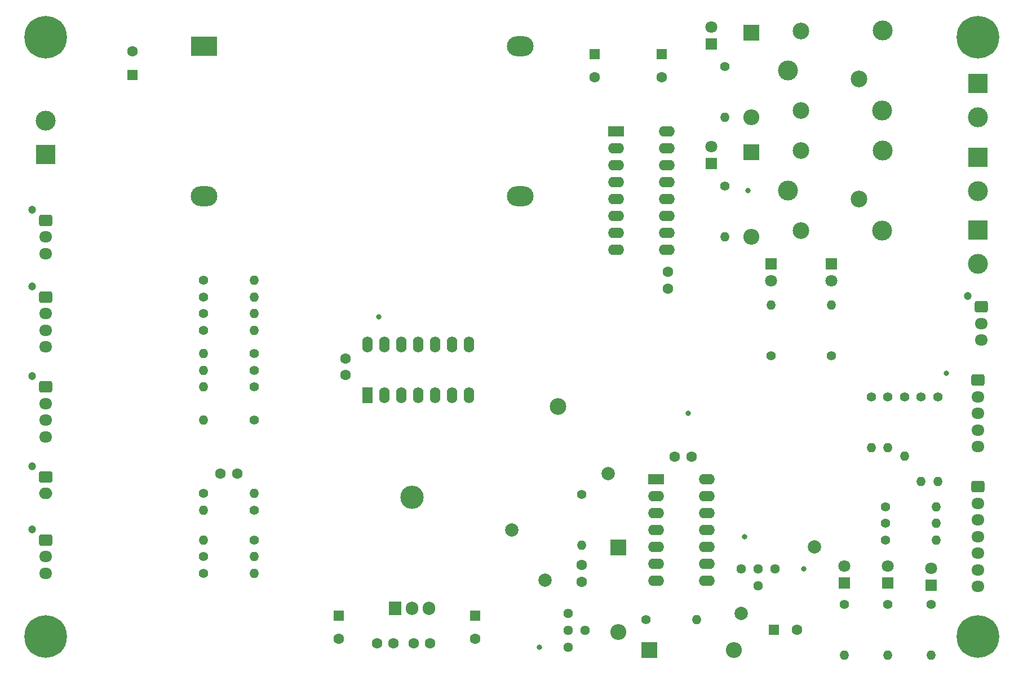
<source format=gbr>
%TF.GenerationSoftware,KiCad,Pcbnew,(6.0.1)*%
%TF.CreationDate,2023-02-05T15:58:29-08:00*%
%TF.ProjectId,Interface Board,496e7465-7266-4616-9365-20426f617264,rev?*%
%TF.SameCoordinates,Original*%
%TF.FileFunction,Soldermask,Top*%
%TF.FilePolarity,Negative*%
%FSLAX46Y46*%
G04 Gerber Fmt 4.6, Leading zero omitted, Abs format (unit mm)*
G04 Created by KiCad (PCBNEW (6.0.1)) date 2023-02-05 15:58:29*
%MOMM*%
%LPD*%
G01*
G04 APERTURE LIST*
G04 Aperture macros list*
%AMRoundRect*
0 Rectangle with rounded corners*
0 $1 Rounding radius*
0 $2 $3 $4 $5 $6 $7 $8 $9 X,Y pos of 4 corners*
0 Add a 4 corners polygon primitive as box body*
4,1,4,$2,$3,$4,$5,$6,$7,$8,$9,$2,$3,0*
0 Add four circle primitives for the rounded corners*
1,1,$1+$1,$2,$3*
1,1,$1+$1,$4,$5*
1,1,$1+$1,$6,$7*
1,1,$1+$1,$8,$9*
0 Add four rect primitives between the rounded corners*
20,1,$1+$1,$2,$3,$4,$5,0*
20,1,$1+$1,$4,$5,$6,$7,0*
20,1,$1+$1,$6,$7,$8,$9,0*
20,1,$1+$1,$8,$9,$2,$3,0*%
G04 Aperture macros list end*
%ADD10C,1.440000*%
%ADD11C,1.400000*%
%ADD12O,1.400000X1.400000*%
%ADD13R,1.800000X1.800000*%
%ADD14C,1.800000*%
%ADD15RoundRect,0.250000X-0.725000X0.600000X-0.725000X-0.600000X0.725000X-0.600000X0.725000X0.600000X0*%
%ADD16O,1.950000X1.700000*%
%ADD17R,1.600000X1.600000*%
%ADD18C,1.600000*%
%ADD19R,3.000000X3.000000*%
%ADD20C,3.000000*%
%ADD21R,2.400000X2.400000*%
%ADD22O,2.400000X2.400000*%
%ADD23C,2.000000*%
%ADD24R,4.000000X3.000000*%
%ADD25O,4.000000X3.000000*%
%ADD26O,3.500000X3.500000*%
%ADD27R,1.905000X2.000000*%
%ADD28O,1.905000X2.000000*%
%ADD29C,2.500000*%
%ADD30R,2.400000X1.600000*%
%ADD31O,2.400000X1.600000*%
%ADD32C,1.200000*%
%ADD33C,0.800000*%
%ADD34C,6.400000*%
%ADD35R,1.600000X2.400000*%
%ADD36O,1.600000X2.400000*%
%ADD37RoundRect,0.250000X-0.750000X0.600000X-0.750000X-0.600000X0.750000X-0.600000X0.750000X0.600000X0*%
%ADD38O,2.000000X1.700000*%
G04 APERTURE END LIST*
D10*
%TO.C,RV1*%
X114550000Y15125000D03*
X112010000Y15125000D03*
X112010000Y12585000D03*
X109470000Y15125000D03*
%TD*%
%TO.C,RV2*%
X83500000Y8500000D03*
X83500000Y5960000D03*
X86040000Y5960000D03*
X83500000Y3420000D03*
%TD*%
D11*
%TO.C,R1*%
X107000000Y72620000D03*
D12*
X107000000Y65000000D03*
%TD*%
D11*
%TO.C,R26*%
X139000000Y41000000D03*
D12*
X139000000Y28300000D03*
%TD*%
D13*
%TO.C,D3*%
X105000000Y94000000D03*
D14*
X105000000Y96540000D03*
%TD*%
D15*
%TO.C,J12*%
X145000000Y43500000D03*
D16*
X145000000Y41000000D03*
X145000000Y38500000D03*
X145000000Y36000000D03*
X145000000Y33500000D03*
%TD*%
D11*
%TO.C,R9*%
X36310000Y24000000D03*
D12*
X28690000Y24000000D03*
%TD*%
D17*
%TO.C,C11*%
X114347349Y6000000D03*
D18*
X117847349Y6000000D03*
%TD*%
%TO.C,C2*%
X102000000Y32000000D03*
X99500000Y32000000D03*
%TD*%
D19*
%TO.C,J4*%
X145000000Y88040000D03*
D20*
X145000000Y82960000D03*
%TD*%
D21*
%TO.C,D9*%
X95650000Y3000000D03*
D22*
X108350000Y3000000D03*
%TD*%
D11*
%TO.C,R10*%
X28690000Y26500000D03*
D12*
X36310000Y26500000D03*
%TD*%
D11*
%TO.C,R5*%
X114000000Y47190000D03*
D12*
X114000000Y54810000D03*
%TD*%
D17*
%TO.C,C8*%
X18000000Y89347349D03*
D18*
X18000000Y92847349D03*
%TD*%
D23*
%TO.C,TP5*%
X75000000Y21000000D03*
%TD*%
D11*
%TO.C,R16*%
X129000000Y41000000D03*
D12*
X129000000Y33380000D03*
%TD*%
D24*
%TO.C,PS1*%
X28767500Y93632500D03*
D25*
X28767500Y71132500D03*
X76267500Y71132500D03*
X76267500Y93632500D03*
%TD*%
D11*
%TO.C,R19*%
X85500000Y26310000D03*
D12*
X85500000Y18690000D03*
%TD*%
D11*
%TO.C,R20*%
X95190000Y7500000D03*
D12*
X102810000Y7500000D03*
%TD*%
D11*
%TO.C,R8*%
X123000000Y47190000D03*
D12*
X123000000Y54810000D03*
%TD*%
D13*
%TO.C,D7*%
X138000000Y12725000D03*
D14*
X138000000Y15265000D03*
%TD*%
D11*
%TO.C,R11*%
X138000000Y9810000D03*
D12*
X138000000Y2190000D03*
%TD*%
D11*
%TO.C,R15*%
X131500000Y9810000D03*
D12*
X131500000Y2190000D03*
%TD*%
D11*
%TO.C,R25*%
X136500000Y41000000D03*
D12*
X136500000Y28300000D03*
%TD*%
D23*
%TO.C,TP4*%
X109500000Y8500000D03*
%TD*%
D26*
%TO.C,U3*%
X60000000Y25930000D03*
D27*
X57460000Y9270000D03*
D28*
X60000000Y9270000D03*
X62540000Y9270000D03*
%TD*%
D20*
%TO.C,K2*%
X116500000Y90000000D03*
D29*
X118450000Y83950000D03*
D20*
X130650000Y83950000D03*
X130700000Y96000000D03*
D29*
X118450000Y95950000D03*
%TD*%
D11*
%TO.C,R13*%
X28690000Y17000000D03*
D12*
X36310000Y17000000D03*
%TD*%
D30*
%TO.C,U1*%
X90700000Y80900000D03*
D31*
X90700000Y78360000D03*
X90700000Y75820000D03*
X90700000Y73280000D03*
X90700000Y70740000D03*
X90700000Y68200000D03*
X90700000Y65660000D03*
X90700000Y63120000D03*
X98320000Y63120000D03*
X98320000Y65660000D03*
X98320000Y68200000D03*
X98320000Y70740000D03*
X98320000Y73280000D03*
X98320000Y75820000D03*
X98320000Y78360000D03*
X98320000Y80900000D03*
%TD*%
D21*
%TO.C,D4*%
X111000000Y95700000D03*
D22*
X111000000Y83000000D03*
%TD*%
D11*
%TO.C,R12*%
X36310000Y19500000D03*
D12*
X28690000Y19500000D03*
%TD*%
D21*
%TO.C,D11*%
X91000000Y18350000D03*
D22*
X91000000Y5650000D03*
%TD*%
D32*
%TO.C,J3*%
X3000000Y69100000D03*
D15*
X5000000Y67500000D03*
D16*
X5000000Y65000000D03*
X5000000Y62500000D03*
%TD*%
D18*
%TO.C,C3*%
X33750000Y29500000D03*
X31250000Y29500000D03*
%TD*%
D17*
%TO.C,C6*%
X69500000Y8152651D03*
D18*
X69500000Y4652651D03*
%TD*%
D11*
%TO.C,R23*%
X131190000Y22000000D03*
D12*
X138810000Y22000000D03*
%TD*%
D13*
%TO.C,D5*%
X114000000Y61000000D03*
D14*
X114000000Y58460000D03*
%TD*%
D23*
%TO.C,TP3*%
X80000000Y13500000D03*
%TD*%
D11*
%TO.C,R29*%
X28690000Y58500000D03*
D12*
X36310000Y58500000D03*
%TD*%
D20*
%TO.C,K1*%
X116500000Y72000000D03*
D29*
X118450000Y65950000D03*
D20*
X130650000Y65950000D03*
X130700000Y78000000D03*
D29*
X118450000Y77950000D03*
%TD*%
D19*
%TO.C,J2*%
X145000000Y77000000D03*
D20*
X145000000Y71920000D03*
%TD*%
D33*
%TO.C,H5*%
X6697056Y93302944D03*
X6697056Y96697056D03*
X7400000Y95000000D03*
D34*
X5000000Y95000000D03*
D33*
X5000000Y97400000D03*
X2600000Y95000000D03*
X3302944Y96697056D03*
X5000000Y92600000D03*
X3302944Y93302944D03*
%TD*%
D32*
%TO.C,J7*%
X3000000Y57600000D03*
D15*
X5000000Y56000000D03*
D16*
X5000000Y53500000D03*
X5000000Y51000000D03*
X5000000Y48500000D03*
%TD*%
D13*
%TO.C,D6*%
X123000000Y61000000D03*
D14*
X123000000Y58460000D03*
%TD*%
D11*
%TO.C,R28*%
X28690000Y53500000D03*
D12*
X36310000Y53500000D03*
%TD*%
D11*
%TO.C,R14*%
X28690000Y14500000D03*
D12*
X36310000Y14500000D03*
%TD*%
D33*
%TO.C,H2*%
X143302944Y96697056D03*
X145000000Y92600000D03*
X143302944Y93302944D03*
X147400000Y95000000D03*
X146697056Y93302944D03*
X145000000Y97400000D03*
D34*
X145000000Y95000000D03*
D33*
X146697056Y96697056D03*
X142600000Y95000000D03*
%TD*%
D35*
%TO.C,U2*%
X53375000Y41200000D03*
D36*
X55915000Y41200000D03*
X58455000Y41200000D03*
X60995000Y41200000D03*
X63535000Y41200000D03*
X66075000Y41200000D03*
X68615000Y41200000D03*
X68615000Y48820000D03*
X66075000Y48820000D03*
X63535000Y48820000D03*
X60995000Y48820000D03*
X58455000Y48820000D03*
X55915000Y48820000D03*
X53375000Y48820000D03*
%TD*%
D18*
%TO.C,C1*%
X98500000Y59750000D03*
X98500000Y57250000D03*
%TD*%
D23*
%TO.C,TP1*%
X120500000Y18500000D03*
%TD*%
D32*
%TO.C,J5*%
X3000000Y44100000D03*
D15*
X5000000Y42500000D03*
D16*
X5000000Y40000000D03*
X5000000Y37500000D03*
X5000000Y35000000D03*
%TD*%
D11*
%TO.C,R3*%
X36310000Y42500000D03*
D12*
X28690000Y42500000D03*
%TD*%
D11*
%TO.C,R24*%
X131190000Y19500000D03*
D12*
X138810000Y19500000D03*
%TD*%
D11*
%TO.C,R22*%
X131190000Y24500000D03*
D12*
X138810000Y24500000D03*
%TD*%
D11*
%TO.C,R21*%
X125000000Y9810000D03*
D12*
X125000000Y2190000D03*
%TD*%
D18*
%TO.C,C5*%
X54750000Y4000000D03*
X57250000Y4000000D03*
%TD*%
D11*
%TO.C,R2*%
X36310000Y37500000D03*
D12*
X28690000Y37500000D03*
%TD*%
D19*
%TO.C,J10*%
X145000000Y66040000D03*
D20*
X145000000Y60960000D03*
%TD*%
D17*
%TO.C,C13*%
X87500000Y92500000D03*
D18*
X87500000Y89000000D03*
%TD*%
D15*
%TO.C,J11*%
X145000000Y27500000D03*
D16*
X145000000Y25000000D03*
X145000000Y22500000D03*
X145000000Y20000000D03*
X145000000Y17500000D03*
X145000000Y15000000D03*
X145000000Y12500000D03*
%TD*%
D32*
%TO.C,J6*%
X143525000Y56100000D03*
D15*
X145525000Y54500000D03*
D16*
X145525000Y52000000D03*
X145525000Y49500000D03*
%TD*%
D30*
%TO.C,U4*%
X96700000Y28625000D03*
D31*
X96700000Y26085000D03*
X96700000Y23545000D03*
X96700000Y21005000D03*
X96700000Y18465000D03*
X96700000Y15925000D03*
X96700000Y13385000D03*
X104320000Y13385000D03*
X104320000Y15925000D03*
X104320000Y18465000D03*
X104320000Y21005000D03*
X104320000Y23545000D03*
X104320000Y26085000D03*
X104320000Y28625000D03*
%TD*%
D11*
%TO.C,R4*%
X107000000Y90620000D03*
D12*
X107000000Y83000000D03*
%TD*%
D17*
%TO.C,C4*%
X49000000Y8152651D03*
D18*
X49000000Y4652651D03*
%TD*%
%TO.C,C12*%
X50000000Y46750000D03*
X50000000Y44250000D03*
%TD*%
D11*
%TO.C,R30*%
X28690000Y51000000D03*
D12*
X36310000Y51000000D03*
%TD*%
D11*
%TO.C,R18*%
X134000000Y41000000D03*
D12*
X134000000Y32110000D03*
%TD*%
D23*
%TO.C,TP2*%
X89500000Y29500000D03*
%TD*%
D11*
%TO.C,R7*%
X36310000Y47500000D03*
D12*
X28690000Y47500000D03*
%TD*%
D13*
%TO.C,D8*%
X131500000Y13000000D03*
D14*
X131500000Y15540000D03*
%TD*%
D17*
%TO.C,C9*%
X97500000Y92500000D03*
D18*
X97500000Y89000000D03*
%TD*%
D11*
%TO.C,R6*%
X36310000Y45000000D03*
D12*
X28690000Y45000000D03*
%TD*%
D19*
%TO.C,J1*%
X5000000Y77420000D03*
D20*
X5000000Y82500000D03*
%TD*%
D33*
%TO.C,H6*%
X5000000Y2600000D03*
X2600000Y5000000D03*
X5000000Y7400000D03*
X6697056Y3302944D03*
X3302944Y6697056D03*
X6697056Y6697056D03*
X7400000Y5000000D03*
X3302944Y3302944D03*
D34*
X5000000Y5000000D03*
%TD*%
D13*
%TO.C,D1*%
X105000000Y76000000D03*
D14*
X105000000Y78540000D03*
%TD*%
D32*
%TO.C,J9*%
X3000000Y21100000D03*
D15*
X5000000Y19500000D03*
D16*
X5000000Y17000000D03*
X5000000Y14500000D03*
%TD*%
D32*
%TO.C,J8*%
X3000000Y30600000D03*
D37*
X5000000Y29000000D03*
D38*
X5000000Y26500000D03*
%TD*%
D11*
%TO.C,R27*%
X28690000Y56000000D03*
D12*
X36310000Y56000000D03*
%TD*%
D18*
%TO.C,C7*%
X62750000Y4000000D03*
X60250000Y4000000D03*
%TD*%
D33*
%TO.C,H1*%
X146697056Y3302944D03*
X147400000Y5000000D03*
X143302944Y3302944D03*
X142600000Y5000000D03*
X145000000Y2600000D03*
X146697056Y6697056D03*
X145000000Y7400000D03*
X143302944Y6697056D03*
D34*
X145000000Y5000000D03*
%TD*%
D21*
%TO.C,D2*%
X111000000Y77700000D03*
D22*
X111000000Y65000000D03*
%TD*%
D13*
%TO.C,D10*%
X125000000Y13000000D03*
D14*
X125000000Y15540000D03*
%TD*%
D11*
%TO.C,R17*%
X131500000Y41000000D03*
D12*
X131500000Y33380000D03*
%TD*%
D18*
%TO.C,C10*%
X85500000Y15750000D03*
X85500000Y13250000D03*
%TD*%
D29*
X82000000Y39500000D03*
D33*
X110500000Y72000000D03*
X79175000Y3420000D03*
X140300000Y44500000D03*
X118875000Y15125000D03*
D29*
X127200000Y88700000D03*
X127200000Y70700000D03*
D33*
X110000000Y20000000D03*
X55000000Y53000000D03*
X101500000Y38500000D03*
M02*

</source>
